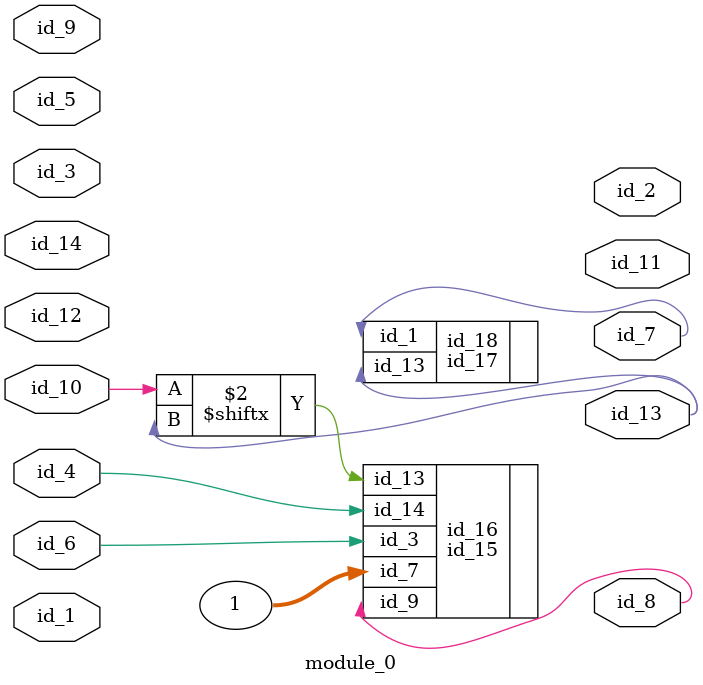
<source format=v>
module module_0 (
    id_1,
    id_2,
    id_3,
    id_4,
    id_5,
    id_6,
    id_7,
    id_8,
    id_9,
    id_10,
    id_11,
    id_12,
    id_13,
    id_14
);
  input id_14;
  output id_13;
  input id_12;
  output id_11;
  input id_10;
  input id_9;
  output id_8;
  output id_7;
  input id_6;
  input id_5;
  input id_4;
  input id_3;
  output id_2;
  input id_1;
  id_15 id_16 (
      .id_7 (id_14),
      .id_9 (id_8),
      .id_14(id_4),
      .id_7 (1),
      .id_3 (id_6),
      .id_13(id_10[id_13])
  );
  id_17 id_18 (
      .id_13(id_13),
      .id_1 (id_7)
  );
  id_19 id_20 (
      .id_2(1),
      .id_7("")
  );
endmodule

</source>
